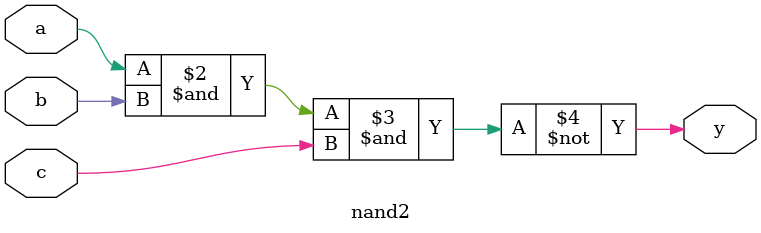
<source format=sv>

module nand2 (output logic y,
input logic a, b, c);

always_comb
y = ~(a & b & c);

endmodule
</source>
